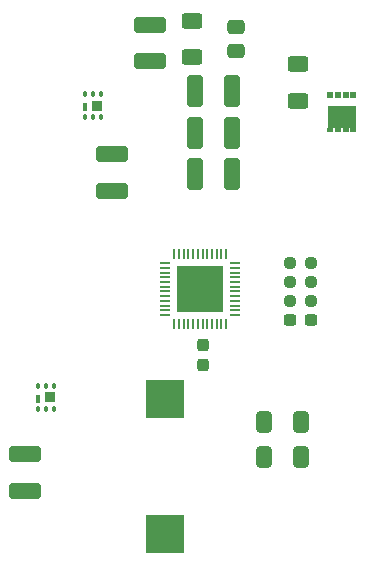
<source format=gbr>
%TF.GenerationSoftware,KiCad,Pcbnew,9.0.0*%
%TF.CreationDate,2026-01-14T01:15:15+05:30*%
%TF.ProjectId,PortablePower,506f7274-6162-46c6-9550-6f7765722e6b,rev?*%
%TF.SameCoordinates,Original*%
%TF.FileFunction,Paste,Top*%
%TF.FilePolarity,Positive*%
%FSLAX46Y46*%
G04 Gerber Fmt 4.6, Leading zero omitted, Abs format (unit mm)*
G04 Created by KiCad (PCBNEW 9.0.0) date 2026-01-14 01:15:15*
%MOMM*%
%LPD*%
G01*
G04 APERTURE LIST*
G04 Aperture macros list*
%AMRoundRect*
0 Rectangle with rounded corners*
0 $1 Rounding radius*
0 $2 $3 $4 $5 $6 $7 $8 $9 X,Y pos of 4 corners*
0 Add a 4 corners polygon primitive as box body*
4,1,4,$2,$3,$4,$5,$6,$7,$8,$9,$2,$3,0*
0 Add four circle primitives for the rounded corners*
1,1,$1+$1,$2,$3*
1,1,$1+$1,$4,$5*
1,1,$1+$1,$6,$7*
1,1,$1+$1,$8,$9*
0 Add four rect primitives between the rounded corners*
20,1,$1+$1,$2,$3,$4,$5,0*
20,1,$1+$1,$4,$5,$6,$7,0*
20,1,$1+$1,$6,$7,$8,$9,0*
20,1,$1+$1,$8,$9,$2,$3,0*%
G04 Aperture macros list end*
%ADD10RoundRect,0.250000X0.412500X0.650000X-0.412500X0.650000X-0.412500X-0.650000X0.412500X-0.650000X0*%
%ADD11R,0.500000X0.630000*%
%ADD12R,0.500000X0.410000*%
%ADD13R,2.450000X1.900000*%
%ADD14RoundRect,0.049880X-0.380120X0.400120X-0.380120X-0.400120X0.380120X-0.400120X0.380120X0.400120X0*%
%ADD15RoundRect,0.049880X-0.095120X0.300120X-0.095120X-0.300120X0.095120X-0.300120X0.095120X0.300120X0*%
%ADD16RoundRect,0.050100X-0.099900X0.174900X-0.099900X-0.174900X0.099900X-0.174900X0.099900X0.174900X0*%
%ADD17RoundRect,0.237500X-0.250000X-0.237500X0.250000X-0.237500X0.250000X0.237500X-0.250000X0.237500X0*%
%ADD18RoundRect,0.250000X-1.100000X0.412500X-1.100000X-0.412500X1.100000X-0.412500X1.100000X0.412500X0*%
%ADD19RoundRect,0.250000X0.625000X-0.400000X0.625000X0.400000X-0.625000X0.400000X-0.625000X-0.400000X0*%
%ADD20R,3.300000X3.175000*%
%ADD21RoundRect,0.237500X-0.300000X-0.237500X0.300000X-0.237500X0.300000X0.237500X-0.300000X0.237500X0*%
%ADD22RoundRect,0.250000X-0.412500X-1.100000X0.412500X-1.100000X0.412500X1.100000X-0.412500X1.100000X0*%
%ADD23R,0.200000X0.850000*%
%ADD24R,0.850000X0.200000*%
%ADD25R,3.900000X3.900000*%
%ADD26RoundRect,0.250000X-0.625000X0.400000X-0.625000X-0.400000X0.625000X-0.400000X0.625000X0.400000X0*%
%ADD27RoundRect,0.237500X0.237500X-0.300000X0.237500X0.300000X-0.237500X0.300000X-0.237500X-0.300000X0*%
%ADD28RoundRect,0.250000X0.475000X-0.337500X0.475000X0.337500X-0.475000X0.337500X-0.475000X-0.337500X0*%
G04 APERTURE END LIST*
D10*
%TO.C,C2*%
X151562500Y-121250000D03*
X148437500Y-121250000D03*
%TD*%
D11*
%TO.C,Q4*%
X155975000Y-93565000D03*
X155325000Y-93565000D03*
X154675000Y-93565000D03*
X154025000Y-93565000D03*
D12*
X154025000Y-96545000D03*
X154675000Y-96545000D03*
X155325000Y-96545000D03*
X155975000Y-96545000D03*
D13*
X155000000Y-95390000D03*
%TD*%
D14*
%TO.C,Q2*%
X134244200Y-94478200D03*
D15*
X133269200Y-94573200D03*
D16*
X134569200Y-93503200D03*
X133919200Y-93503200D03*
X133269200Y-93503200D03*
X133269200Y-95453200D03*
X133919200Y-95453200D03*
X134569200Y-95453200D03*
%TD*%
D17*
%TO.C,R2*%
X150587500Y-111000000D03*
X152412500Y-111000000D03*
%TD*%
D18*
%TO.C,C5*%
X135534400Y-98538900D03*
X135534400Y-101663900D03*
%TD*%
D19*
%TO.C,R8*%
X151300000Y-94050000D03*
X151300000Y-90950000D03*
%TD*%
D20*
%TO.C,L1*%
X140000000Y-130715000D03*
X140000000Y-119285000D03*
%TD*%
D17*
%TO.C,R5*%
X150587500Y-107800000D03*
X152412500Y-107800000D03*
%TD*%
D21*
%TO.C,C11*%
X150637500Y-112600000D03*
X152362500Y-112600000D03*
%TD*%
D22*
%TO.C,C10*%
X142562500Y-93250000D03*
X145687500Y-93250000D03*
%TD*%
D23*
%TO.C,IC1*%
X140800000Y-112950000D03*
X141200000Y-112950000D03*
X141600000Y-112950000D03*
X142000000Y-112950000D03*
X142400000Y-112950000D03*
X142800000Y-112950000D03*
X143200000Y-112950000D03*
X143600000Y-112950000D03*
X144000000Y-112950000D03*
X144400000Y-112950000D03*
X144800000Y-112950000D03*
X145200000Y-112950000D03*
D24*
X145950000Y-112200000D03*
X145950000Y-111800000D03*
X145950000Y-111400000D03*
X145950000Y-111000000D03*
X145950000Y-110600000D03*
X145950000Y-110200000D03*
X145950000Y-109800000D03*
X145950000Y-109400000D03*
X145950000Y-109000000D03*
X145950000Y-108600000D03*
X145950000Y-108200000D03*
X145950000Y-107800000D03*
D23*
X145200000Y-107050000D03*
X144800000Y-107050000D03*
X144400000Y-107050000D03*
X144000000Y-107050000D03*
X143600000Y-107050000D03*
X143200000Y-107050000D03*
X142800000Y-107050000D03*
X142400000Y-107050000D03*
X142000000Y-107050000D03*
X141600000Y-107050000D03*
X141200000Y-107050000D03*
X140800000Y-107050000D03*
D24*
X140050000Y-107800000D03*
X140050000Y-108200000D03*
X140050000Y-108600000D03*
X140050000Y-109000000D03*
X140050000Y-109400000D03*
X140050000Y-109800000D03*
X140050000Y-110200000D03*
X140050000Y-110600000D03*
X140050000Y-111000000D03*
X140050000Y-111400000D03*
X140050000Y-111800000D03*
X140050000Y-112200000D03*
D25*
X143000000Y-110000000D03*
%TD*%
D22*
%TO.C,C9*%
X142562500Y-100250000D03*
X145687500Y-100250000D03*
%TD*%
%TO.C,C8*%
X142562500Y-96750000D03*
X145687500Y-96750000D03*
%TD*%
D26*
%TO.C,R1*%
X142342200Y-87281000D03*
X142342200Y-90381000D03*
%TD*%
D14*
%TO.C,Q1*%
X130259700Y-119176800D03*
D15*
X129284700Y-119271800D03*
D16*
X130584700Y-118201800D03*
X129934700Y-118201800D03*
X129284700Y-118201800D03*
X129284700Y-120151800D03*
X129934700Y-120151800D03*
X130584700Y-120151800D03*
%TD*%
D18*
%TO.C,C4*%
X128139464Y-123937500D03*
X128139464Y-127062500D03*
%TD*%
%TO.C,C6*%
X138750000Y-87602500D03*
X138750000Y-90727500D03*
%TD*%
D27*
%TO.C,C3*%
X143200000Y-116432500D03*
X143200000Y-114707500D03*
%TD*%
D28*
%TO.C,C7*%
X146038300Y-89868500D03*
X146038300Y-87793500D03*
%TD*%
D10*
%TO.C,C1*%
X151562500Y-124250000D03*
X148437500Y-124250000D03*
%TD*%
D17*
%TO.C,R3*%
X150587500Y-109400000D03*
X152412500Y-109400000D03*
%TD*%
M02*

</source>
